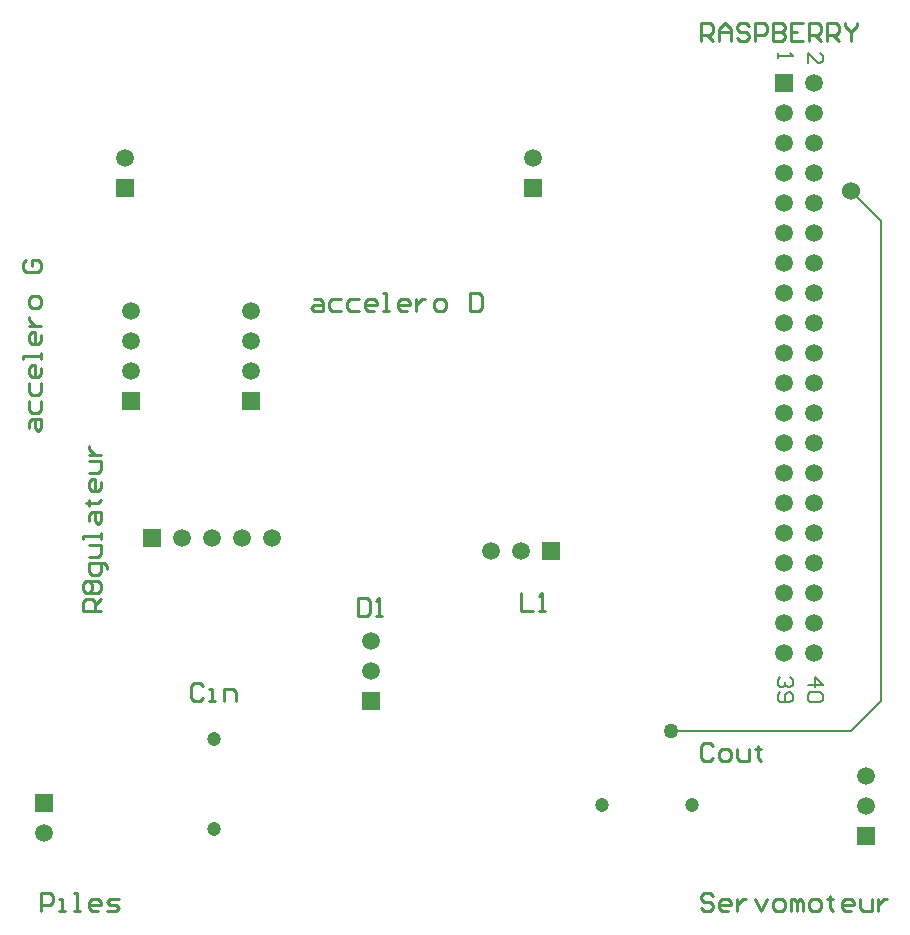
<source format=gtl>
%FSLAX24Y24*%
%MOIN*%
G70*
G01*
G75*
G04 Layer_Physical_Order=1*
G04 Layer_Color=255*
%ADD10C,0.0050*%
%ADD11C,0.0079*%
%ADD12C,0.0080*%
%ADD13C,0.0100*%
%ADD14C,0.0600*%
%ADD15R,0.0591X0.0591*%
%ADD16C,0.0591*%
%ADD17R,0.0591X0.0591*%
%ADD18C,0.0472*%
%ADD19C,0.0500*%
D11*
X43000Y37000D02*
X49000D01*
X50000Y38000D01*
Y54000D01*
X49000Y55000D01*
D12*
X46633Y37967D02*
X46967D01*
X47050Y38050D01*
Y38217D01*
X46967Y38300D01*
X46883D01*
X46800Y38217D01*
Y37967D01*
X46633D02*
X46550Y38050D01*
Y38217D01*
X46633Y38300D01*
Y38467D02*
X46550Y38550D01*
Y38717D01*
X46633Y38800D01*
X46967D02*
X47050Y38717D01*
Y38550D01*
X46967Y38467D01*
X46883D01*
X46800Y38550D01*
Y38633D01*
Y38550D01*
X46717Y38467D01*
X46633D01*
X47550Y38217D02*
X47633Y38300D01*
X47967D01*
X48050Y38217D01*
Y38050D01*
X47967Y37967D01*
X47633D01*
X47550Y38050D01*
Y38217D01*
X47800Y38467D02*
Y38800D01*
X48050Y38550D01*
X47550D01*
Y59267D02*
Y59600D01*
X47883Y59267D01*
X47967D01*
X48050Y59350D01*
Y59517D01*
X47967Y59600D01*
X47050Y59517D02*
X46967Y59600D01*
X47050Y59517D02*
X46550D01*
Y59433D01*
Y59600D01*
D13*
X23699Y31000D02*
X23599Y31100D01*
Y31300D01*
X23699Y31400D01*
X23899D01*
X23999Y31300D01*
Y31200D01*
X23599D01*
X23699Y31000D02*
X23899D01*
X24199D02*
X24499D01*
X24599Y31100D01*
X24499Y31200D01*
X24299D01*
X24199Y31300D01*
X24299Y31400D01*
X24599D01*
X23200Y31600D02*
X23100D01*
X23200D02*
Y31000D01*
X23300D01*
X23100D01*
X22800D02*
X22700D01*
Y31400D01*
X22600D01*
X22400Y31500D02*
Y31300D01*
X22300Y31200D01*
X22000D01*
Y31000D02*
Y31600D01*
X22300D01*
X22400Y31500D01*
X22600Y31000D02*
X22800D01*
X28100Y38000D02*
Y38400D01*
X28400D01*
X28500Y38300D01*
Y38000D01*
X27400Y38500D02*
X27300Y38600D01*
X27100D01*
X27000Y38500D01*
Y38100D01*
X27100Y38000D01*
X27300D01*
X27400Y38100D01*
X27600Y38000D02*
X27800D01*
X27700D01*
Y38400D01*
X27600D01*
X24000Y41000D02*
X23400D01*
Y41300D01*
X23500Y41400D01*
X23700D01*
X23800Y41300D01*
Y41000D01*
Y41200D02*
X24000Y41400D01*
X23900Y41600D02*
X24000Y41700D01*
Y41900D01*
X23900Y42000D01*
X23500D01*
X23400Y41900D01*
Y41700D01*
X23500Y41600D01*
X23900D01*
X23600D02*
X23700Y41700D01*
Y41900D01*
X23600Y42000D01*
Y42300D02*
X23700Y42200D01*
X23900D01*
X24000Y42300D01*
Y42599D01*
X24100D02*
X23600D01*
Y42300D01*
Y42799D02*
X23900D01*
X24000Y42899D01*
Y43199D01*
X23600D01*
X23400Y43399D02*
Y43499D01*
X24000D01*
Y43599D01*
Y43399D01*
Y43999D02*
X23900Y43899D01*
X23800Y43999D01*
Y44299D01*
X23700D02*
X24000D01*
Y43999D01*
X23600D02*
Y44199D01*
X23700Y44299D01*
X23600Y44499D02*
Y44699D01*
Y44599D01*
Y44499D01*
X24100Y42599D02*
X24200Y42500D01*
Y42400D01*
X24000Y44699D02*
X23900Y44599D01*
X23600D01*
X23500D01*
X23700Y44999D02*
X23600Y45099D01*
Y45299D01*
X23700Y45399D01*
X23800D01*
Y44999D01*
X23900D02*
X23700D01*
X23900D02*
X24000Y45099D01*
Y45299D01*
X23900Y45599D02*
X24000Y45698D01*
Y45998D01*
X23600D01*
Y45599D02*
X23900D01*
X23800Y46198D02*
X23700Y46298D01*
X23600Y46398D01*
Y46498D01*
Y46198D02*
X24000D01*
X23800D01*
X21900Y47600D02*
X22000Y47700D01*
Y48000D01*
X21900Y48200D02*
X22000Y48300D01*
Y48599D01*
Y48899D02*
X21900Y48799D01*
X21700D01*
X21600Y48899D01*
Y49099D01*
X21700Y49199D01*
X21800D01*
Y48799D01*
X21600Y48599D02*
Y48300D01*
X21700Y48200D01*
X21900D01*
Y47600D02*
X21700D01*
X21600Y47700D01*
Y48000D01*
Y47300D02*
X21700Y47400D01*
X22000D01*
Y47100D01*
X21900Y47000D01*
X21800Y47100D01*
Y47400D01*
X21600Y47300D02*
Y47100D01*
X22000Y48899D02*
Y49099D01*
Y49399D02*
Y49599D01*
Y49499D01*
X21400D01*
Y49399D01*
X21700Y49899D02*
X21600Y49999D01*
Y50199D01*
X21700Y50299D01*
X21800D01*
Y49899D01*
X21700D02*
X21900D01*
X22000Y49999D01*
Y50199D01*
Y50499D02*
X21800D01*
X21700Y50599D01*
X21600Y50699D01*
Y50799D01*
Y51199D02*
X21700Y51099D01*
X21900D01*
X22000Y51199D01*
Y51399D01*
X21900Y51499D01*
X21700D01*
X21600Y51399D01*
Y51199D01*
Y50499D02*
X22000D01*
X21900Y52298D02*
X22000Y52398D01*
Y52598D01*
X21900Y52698D01*
X21700D01*
Y52498D01*
X21400Y52398D02*
X21500Y52298D01*
X21900D01*
X21400Y52398D02*
Y52598D01*
X21500Y52698D01*
X31100Y51400D02*
X31300D01*
X31400Y51300D01*
Y51000D01*
X31100D01*
X31000Y51100D01*
X31100Y51200D01*
X31400D01*
X31600Y51100D02*
X31700Y51000D01*
X32000D01*
X32200Y51100D02*
X32300Y51000D01*
X32599D01*
X32899D02*
X32799Y51100D01*
Y51300D01*
X32899Y51400D01*
X33099D01*
X33199Y51300D01*
Y51200D01*
X32799D01*
X32899Y51000D02*
X33099D01*
X33399D02*
X33599D01*
X33499D01*
Y51600D01*
X33399D01*
X33899Y51300D02*
X33999Y51400D01*
X34199D01*
X34299Y51300D01*
Y51200D01*
X33899D01*
Y51100D02*
Y51300D01*
Y51100D02*
X33999Y51000D01*
X34199D01*
X34499D02*
Y51200D01*
X34599Y51300D01*
X34699Y51400D01*
X34799D01*
X34499D02*
Y51000D01*
X35199D02*
X35399D01*
X35499Y51100D01*
Y51300D01*
X35399Y51400D01*
X35199D01*
X35099Y51300D01*
Y51100D01*
X35199Y51000D01*
X36298D02*
X36598D01*
X36698Y51100D01*
Y51500D01*
X36598Y51600D01*
X36298D01*
Y51000D01*
X32599Y51400D02*
X32300D01*
X32200Y51300D01*
Y51100D01*
X32000Y51400D02*
X31700D01*
X31600Y51300D01*
Y51100D01*
X38000Y41600D02*
Y41000D01*
X38400D01*
X38600D02*
X38800D01*
X38700D01*
Y41600D01*
X38600Y41500D01*
X44100Y36600D02*
X44000Y36500D01*
Y36100D01*
X44100Y36000D01*
X44300D01*
X44400Y36100D01*
Y36500D02*
X44300Y36600D01*
X44100D01*
X44700Y36400D02*
X44600Y36300D01*
Y36100D01*
X44700Y36000D01*
X44900D01*
X45000Y36100D01*
Y36300D01*
X44900Y36400D01*
X44700D01*
X45200D02*
Y36100D01*
X45300Y36000D01*
X45599D01*
Y36400D01*
X45799D02*
X45999D01*
X45899D01*
X45799D01*
X45899D02*
Y36100D01*
X45999Y36000D01*
X45899Y36400D02*
Y36500D01*
X44400Y31500D02*
X44300Y31600D01*
X44100D01*
X44000Y31500D01*
Y31400D01*
X44100Y31300D01*
X44300D01*
X44400Y31200D01*
Y31100D01*
X44300Y31000D01*
X44100D01*
X44000Y31100D01*
X44600D02*
Y31300D01*
X44700Y31400D01*
X44900D01*
X45000Y31300D01*
Y31200D01*
X44600D01*
Y31100D02*
X44700Y31000D01*
X44900D01*
X45200D02*
Y31200D01*
X45300Y31300D01*
X45400Y31400D01*
X45500D01*
X45200D02*
Y31000D01*
X45999D02*
X46199Y31400D01*
X46499D02*
X46399Y31300D01*
Y31100D01*
X46499Y31000D01*
X46699D01*
X46799Y31100D01*
Y31300D01*
X46699Y31400D01*
X46499D01*
X46999D02*
X47099D01*
X47199Y31300D01*
Y31000D01*
Y31300D01*
X47299Y31400D01*
X47399Y31300D01*
Y31000D01*
X46999D02*
Y31400D01*
X47699D02*
X47599Y31300D01*
Y31100D01*
X47699Y31000D01*
X47899D01*
X47999Y31100D01*
Y31300D01*
X47899Y31400D01*
X47699D01*
X48199D02*
X48399D01*
X48299D01*
X48199D01*
X48299D02*
Y31100D01*
X48399Y31000D01*
X48798D02*
X48698Y31100D01*
Y31300D01*
X48798Y31400D01*
X48998D01*
X49098Y31300D01*
Y31200D01*
X48698D01*
X48798Y31000D02*
X48998D01*
X48299Y31400D02*
Y31500D01*
X49298Y31400D02*
Y31100D01*
X49398Y31000D01*
X49698D01*
Y31400D01*
X49898D02*
Y31000D01*
Y31200D01*
X49998Y31300D01*
X50098Y31400D01*
X50198D01*
X45799D02*
X45999Y31000D01*
X33360Y40840D02*
X33260D01*
Y41440D01*
X33160Y41340D01*
X32960D02*
X32860Y41440D01*
X32560D01*
Y40840D01*
X32860D01*
X32960Y40940D01*
Y41340D01*
X33160Y40840D02*
X33360D01*
X49198Y60500D02*
Y60600D01*
Y60500D02*
X48998Y60300D01*
Y60000D01*
Y60300D02*
X48798Y60500D01*
Y60600D01*
X48499D02*
X48599Y60500D01*
Y60300D01*
X48499Y60200D01*
X48199D01*
Y60000D02*
Y60600D01*
X48499D01*
X48399Y60200D02*
X48599Y60000D01*
X47999D02*
X47799Y60200D01*
X47899D02*
X47599D01*
Y60000D02*
Y60600D01*
X47899D01*
X47999Y60500D01*
Y60300D01*
X47899Y60200D01*
X47399Y60000D02*
X46999D01*
Y60600D01*
X47399D01*
X47199Y60300D02*
X46999D01*
X46799Y60200D02*
X46699Y60300D01*
X46399D01*
X46699D01*
X46799Y60400D01*
Y60500D01*
X46699Y60600D01*
X46399D01*
Y60000D01*
X46699D01*
X46799Y60100D01*
Y60200D01*
X46199Y60300D02*
X46099Y60200D01*
X45799D01*
X45599D02*
Y60100D01*
X45500Y60000D01*
X45300D01*
X45200Y60100D01*
X45000Y60000D02*
Y60300D01*
X44600D01*
Y60400D02*
X44800Y60600D01*
X45000Y60400D01*
Y60000D01*
X44600D02*
Y60400D01*
X45200D02*
X45300Y60300D01*
X45500D01*
X45599Y60200D01*
Y60500D02*
X45500Y60600D01*
X45300D01*
X45200Y60500D01*
Y60400D01*
X45799Y60600D02*
X46099D01*
X46199Y60500D01*
Y60300D01*
X45799Y60000D02*
Y60600D01*
X44300D02*
X44400Y60500D01*
Y60300D01*
X44300Y60200D01*
X44000D01*
Y60000D02*
Y60600D01*
X44300D01*
X44200Y60200D02*
X44400Y60000D01*
D14*
X49000Y55000D02*
D03*
D15*
X22100Y34600D02*
D03*
X33000Y38000D02*
D03*
X29000Y48000D02*
D03*
X25000D02*
D03*
X24803Y55118D02*
D03*
X38386D02*
D03*
X46750Y58600D02*
D03*
X49500Y33500D02*
D03*
D16*
X22100Y33600D02*
D03*
X33000Y39000D02*
D03*
Y40000D02*
D03*
X29700Y43450D02*
D03*
X28700D02*
D03*
X27700D02*
D03*
X26700D02*
D03*
X29000Y49000D02*
D03*
Y50000D02*
D03*
Y51000D02*
D03*
X25000D02*
D03*
Y50000D02*
D03*
Y49000D02*
D03*
X24803Y56118D02*
D03*
X37000Y43000D02*
D03*
X38000D02*
D03*
X46750Y39600D02*
D03*
X47750D02*
D03*
Y40600D02*
D03*
Y41600D02*
D03*
Y42600D02*
D03*
Y43600D02*
D03*
Y44600D02*
D03*
Y45600D02*
D03*
Y46600D02*
D03*
Y47600D02*
D03*
Y48600D02*
D03*
Y49600D02*
D03*
Y50600D02*
D03*
Y51600D02*
D03*
Y52600D02*
D03*
Y53600D02*
D03*
Y54600D02*
D03*
Y55600D02*
D03*
Y56600D02*
D03*
Y57600D02*
D03*
Y58600D02*
D03*
X46750Y57600D02*
D03*
Y56600D02*
D03*
Y55600D02*
D03*
Y54600D02*
D03*
Y53600D02*
D03*
Y52600D02*
D03*
Y51600D02*
D03*
Y50600D02*
D03*
Y49600D02*
D03*
Y48600D02*
D03*
Y47600D02*
D03*
Y46600D02*
D03*
Y45600D02*
D03*
Y44600D02*
D03*
Y43600D02*
D03*
Y42600D02*
D03*
Y41600D02*
D03*
Y40600D02*
D03*
X49500Y35500D02*
D03*
Y34500D02*
D03*
X38386Y56118D02*
D03*
D17*
X39000Y43000D02*
D03*
X25700Y43450D02*
D03*
D18*
X27750Y33750D02*
D03*
Y36750D02*
D03*
X40700Y34550D02*
D03*
X43700D02*
D03*
D19*
X43000Y37000D02*
D03*
M02*

</source>
